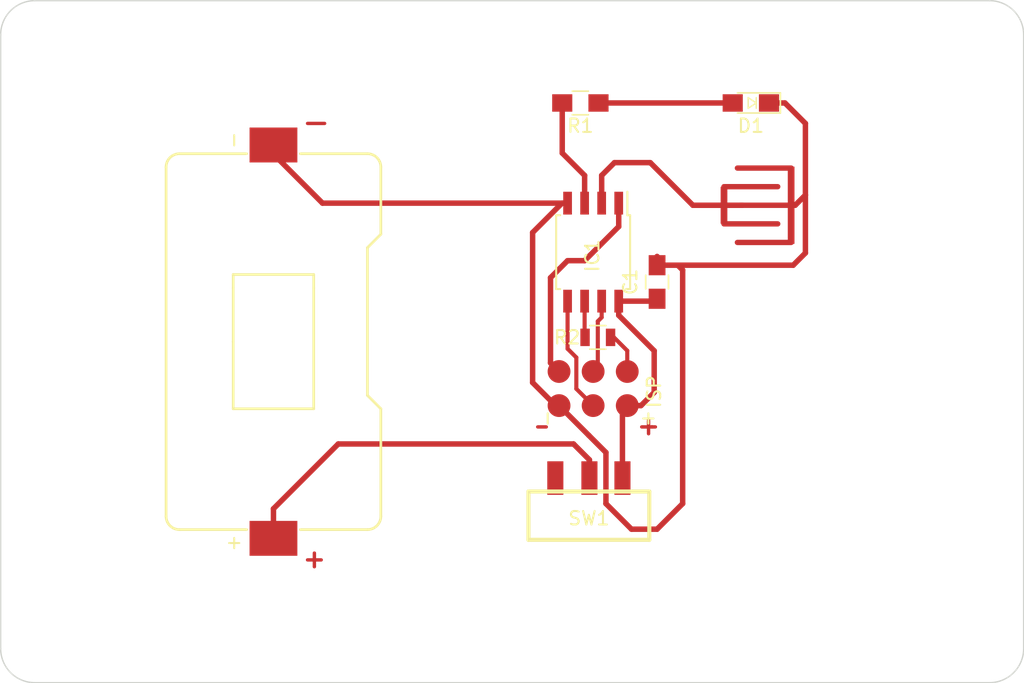
<source format=kicad_pcb>
(kicad_pcb (version 4) (host pcbnew 4.0.6)

  (general
    (links 17)
    (no_connects 0)
    (area 122.758999 58.877999 199.059001 109.778001)
    (thickness 1.6)
    (drawings 8)
    (tracks 81)
    (zones 0)
    (modules 9)
    (nets 13)
  )

  (page USLetter)
  (layers
    (0 F.Cu signal)
    (31 B.Cu signal)
    (32 B.Adhes user)
    (33 F.Adhes user)
    (34 B.Paste user)
    (35 F.Paste user)
    (36 B.SilkS user)
    (37 F.SilkS user)
    (38 B.Mask user)
    (39 F.Mask user)
    (40 Dwgs.User user)
    (41 Cmts.User user)
    (42 Eco1.User user)
    (43 Eco2.User user)
    (44 Edge.Cuts user)
    (45 Margin user)
    (46 B.CrtYd user)
    (47 F.CrtYd user)
    (48 B.Fab user)
    (49 F.Fab user)
  )

  (setup
    (last_trace_width 0.4064)
    (user_trace_width 0.254)
    (user_trace_width 0.3048)
    (user_trace_width 0.4064)
    (user_trace_width 0.6096)
    (trace_clearance 0.2)
    (zone_clearance 0.508)
    (zone_45_only no)
    (trace_min 0.2)
    (segment_width 0.2)
    (edge_width 0.1)
    (via_size 0.6)
    (via_drill 0.4)
    (via_min_size 0.4)
    (via_min_drill 0.3)
    (uvia_size 0.3)
    (uvia_drill 0.1)
    (uvias_allowed no)
    (uvia_min_size 0.2)
    (uvia_min_drill 0.1)
    (pcb_text_width 0.3)
    (pcb_text_size 1.27 1.27)
    (mod_edge_width 0.15)
    (mod_text_size 1.016 1.016)
    (mod_text_width 0.127)
    (pad_size 17.78 17.78)
    (pad_drill 0)
    (pad_to_mask_clearance 0)
    (aux_axis_origin 111.76 109.855)
    (grid_origin 0.889 0.508)
    (visible_elements 7FFFFFFF)
    (pcbplotparams
      (layerselection 0x010f0_80000001)
      (usegerberextensions true)
      (excludeedgelayer true)
      (linewidth 0.100000)
      (plotframeref false)
      (viasonmask false)
      (mode 1)
      (useauxorigin false)
      (hpglpennumber 1)
      (hpglpenspeed 20)
      (hpglpendiameter 15)
      (hpglpenoverlay 2)
      (psnegative false)
      (psa4output false)
      (plotreference true)
      (plotvalue true)
      (plotinvisibletext false)
      (padsonsilk false)
      (subtractmaskfromsilk false)
      (outputformat 1)
      (mirror false)
      (drillshape 0)
      (scaleselection 1)
      (outputdirectory gerbers/))
  )

  (net 0 "")
  (net 1 GND)
  (net 2 +BATT)
  (net 3 "Net-(CON1-Pad1)")
  (net 4 /MISO)
  (net 5 /SCK)
  (net 6 /MOSI)
  (net 7 /RST)
  (net 8 /D3)
  (net 9 /D4)
  (net 10 "Net-(BT1-Pad1)")
  (net 11 "Net-(D1-Pad2)")
  (net 12 "Net-(SW1-Pad1)")

  (net_class Default "This is the default net class."
    (clearance 0.2)
    (trace_width 0.25)
    (via_dia 0.6)
    (via_drill 0.4)
    (uvia_dia 0.3)
    (uvia_drill 0.1)
    (add_net +BATT)
    (add_net /D3)
    (add_net /D4)
    (add_net /MISO)
    (add_net /MOSI)
    (add_net /RST)
    (add_net /SCK)
    (add_net GND)
    (add_net "Net-(BT1-Pad1)")
    (add_net "Net-(CON1-Pad1)")
    (add_net "Net-(D1-Pad2)")
    (add_net "Net-(SW1-Pad1)")
  )

  (module myFootPrints:SW_SMD_TOUCH (layer F.Cu) (tedit 5C93DD74) (tstamp 5A94E024)
    (at 178.689 74.168 270)
    (path /5A7D01B3)
    (fp_text reference J1 (at 0.127 4.572 270) (layer F.SilkS) hide
      (effects (font (size 1.016 1.016) (thickness 0.2032)))
    )
    (fp_text value JMP (at 0.254 -4.572 270) (layer F.SilkS) hide
      (effects (font (size 1.016 1.016) (thickness 0.254)))
    )
    (fp_line (start -1.385 -2) (end -1.385 2) (layer F.Cu) (width 0.4))
    (fp_line (start 2.77 -3) (end 2.77 1) (layer F.Cu) (width 0.4))
    (fp_line (start 1.385 -2) (end 1.385 2) (layer F.Cu) (width 0.4))
    (fp_line (start 0 -3) (end 0 0.75) (layer F.Cu) (width 0.4))
    (fp_line (start -2.77 -3) (end -2.77 1) (layer F.Cu) (width 0.4))
    (pad 1 smd rect (at 0 -3 270) (size 5.75 0.5) (layers F.Cu F.Paste F.Mask)
      (net 1 GND))
    (pad 2 smd rect (at 0 2 270) (size 2.75 0.5) (layers F.Cu F.Paste F.Mask)
      (net 8 /D3))
    (pad 3 smd circle (at 0 -1 270) (size 3.5 3.5) (layers F.Paste F.Mask))
  )

  (module BATT_BA2032SM (layer F.Cu) (tedit 5C93BF07) (tstamp 5A83A7E3)
    (at 143.129 84.328 90)
    (tags battery)
    (path /553F9619)
    (fp_text reference BT1 (at 0 5 90) (layer F.SilkS) hide
      (effects (font (size 1.72974 1.08712) (thickness 0.27178)))
    )
    (fp_text value Battery (at 0 -5 90) (layer F.SilkS) hide
      (effects (font (size 1.524 1.016) (thickness 0.254)))
    )
    (fp_line (start 4 3) (end 5 3) (layer F.SilkS) (width 0.2))
    (fp_line (start 5 3) (end 5 -3) (layer F.SilkS) (width 0.2))
    (fp_line (start 5 -3) (end 4 -3) (layer F.SilkS) (width 0.2))
    (fp_line (start 0 -3) (end -5 -3) (layer F.SilkS) (width 0.2))
    (fp_line (start -5 -3) (end -5 3) (layer F.SilkS) (width 0.2))
    (fp_line (start -5 3) (end 4 3) (layer F.SilkS) (width 0.2))
    (fp_line (start 4 -3) (end 0 -3) (layer F.SilkS) (width 0.2))
    (fp_circle (center 0 0) (end 0 -10) (layer F.CrtYd) (width 0.2))
    (fp_text user - (at 15 -3 90) (layer F.SilkS)
      (effects (font (size 1 1) (thickness 0.15)))
    )
    (fp_text user + (at -15 -3 90) (layer F.SilkS)
      (effects (font (size 1 1) (thickness 0.15)))
    )
    (fp_line (start -5 8) (end -13 8) (layer F.SilkS) (width 0.2))
    (fp_line (start 8 8) (end 13 8) (layer F.SilkS) (width 0.2))
    (fp_line (start -5 8) (end -4 7) (layer F.SilkS) (width 0.2))
    (fp_line (start -4 7) (end 7 7) (layer F.SilkS) (width 0.2))
    (fp_line (start 7 7) (end 8 8) (layer F.SilkS) (width 0.2))
    (fp_line (start -14 2) (end -14 7) (layer F.SilkS) (width 0.2))
    (fp_line (start 14 2) (end 14 7) (layer F.SilkS) (width 0.2))
    (fp_line (start -13 -8) (end 13 -8) (layer F.SilkS) (width 0.2))
    (fp_line (start -14 -2) (end -14 -7) (layer F.SilkS) (width 0.2))
    (fp_arc (start 13 -7) (end 13 -8) (angle 90) (layer F.SilkS) (width 0.2))
    (fp_arc (start 13 7) (end 14 7) (angle 90) (layer F.SilkS) (width 0.2))
    (fp_arc (start -13 7) (end -13 8) (angle 90) (layer F.SilkS) (width 0.2))
    (fp_arc (start -13 -7) (end -14 -7) (angle 90) (layer F.SilkS) (width 0.2))
    (fp_line (start 14 -2) (end 14 -7) (layer F.SilkS) (width 0.2))
    (pad 1 smd rect (at -14.65 0 90) (size 2.6 3.56) (layers F.Cu F.Paste F.Mask)
      (net 10 "Net-(BT1-Pad1)"))
    (pad 2 smd rect (at 14.65 0 90) (size 2.6 3.56) (layers F.Cu F.Paste F.Mask)
      (net 1 GND))
  )

  (module footprints:SPST_SMD (layer F.Cu) (tedit 5C93C1B7) (tstamp 5C93C5FE)
    (at 166.624 94.488)
    (descr "Through hole pin header")
    (tags "pin header")
    (path /5C93C46D)
    (fp_text reference SW1 (at 0 3) (layer F.SilkS)
      (effects (font (size 1 1) (thickness 0.15)))
    )
    (fp_text value SW_SPDT (at 0.1 0) (layer F.Fab)
      (effects (font (size 1 1) (thickness 0.15)))
    )
    (fp_line (start -4.5 4.6) (end 4.5 4.6) (layer F.SilkS) (width 0.3048))
    (fp_line (start 4.5 1) (end 4.5 4.6) (layer F.SilkS) (width 0.3048))
    (fp_line (start -4.5 1) (end -4.5 4.6) (layer F.SilkS) (width 0.3048))
    (fp_line (start -4.5 1) (end 4.5 1) (layer F.SilkS) (width 0.3048))
    (fp_text user JS102011SAQN (at 0 1.7) (layer F.Fab)
      (effects (font (size 0.8 0.8) (thickness 0.1)))
    )
    (pad "" np_thru_hole circle (at 3.4 2.75) (size 0.9 0.9) (drill 0.9) (layers *.Cu *.Mask))
    (pad 1 smd rect (at -2.5 0) (size 1.2 2.5) (layers F.Cu F.Paste F.Mask)
      (net 12 "Net-(SW1-Pad1)"))
    (pad 2 smd rect (at 0.04 0) (size 1.2 2.5) (layers F.Cu F.Paste F.Mask)
      (net 10 "Net-(BT1-Pad1)"))
    (pad 3 smd rect (at 2.5 0) (size 1.2 2.5) (layers F.Cu F.Paste F.Mask)
      (net 2 +BATT))
    (pad "" np_thru_hole circle (at -3.4 2.75) (size 0.9 0.9) (drill 0.9) (layers *.Cu *.Mask))
    (model Pin_Headers.3dshapes/Pin_Header_Straight_2x06.wrl
      (at (xyz 0.05 -0.25 0))
      (scale (xyz 1 1 1))
      (rotate (xyz 0 0 90))
    )
  )

  (module LEDs:LED_0805_HandSoldering (layer F.Cu) (tedit 5A9E0B35) (tstamp 5A94E010)
    (at 178.689 66.548 180)
    (descr "Resistor SMD 0805, hand soldering")
    (tags "resistor 0805")
    (path /561BE7BF)
    (attr smd)
    (fp_text reference D1 (at 0 -1.7 180) (layer F.SilkS)
      (effects (font (size 1 1) (thickness 0.15)))
    )
    (fp_text value LED (at 0 1.75 180) (layer F.Fab)
      (effects (font (size 1 1) (thickness 0.15)))
    )
    (fp_line (start -0.4 -0.4) (end -0.4 0.4) (layer F.SilkS) (width 0.1))
    (fp_line (start -0.4 0) (end 0.2 -0.4) (layer F.SilkS) (width 0.1))
    (fp_line (start 0.2 0.4) (end -0.4 0) (layer F.SilkS) (width 0.1))
    (fp_line (start 0.2 -0.4) (end 0.2 0.4) (layer F.SilkS) (width 0.1))
    (fp_line (start -1 0.62) (end -1 -0.62) (layer F.Fab) (width 0.1))
    (fp_line (start 1 0.62) (end -1 0.62) (layer F.Fab) (width 0.1))
    (fp_line (start 1 -0.62) (end 1 0.62) (layer F.Fab) (width 0.1))
    (fp_line (start -1 -0.62) (end 1 -0.62) (layer F.Fab) (width 0.1))
    (fp_line (start 1 0.75) (end -2.2 0.75) (layer F.SilkS) (width 0.12))
    (fp_line (start -2.2 -0.75) (end 1 -0.75) (layer F.SilkS) (width 0.12))
    (fp_line (start -2.35 -0.9) (end 2.35 -0.9) (layer F.CrtYd) (width 0.05))
    (fp_line (start -2.35 -0.9) (end -2.35 0.9) (layer F.CrtYd) (width 0.05))
    (fp_line (start 2.35 0.9) (end 2.35 -0.9) (layer F.CrtYd) (width 0.05))
    (fp_line (start 2.35 0.9) (end -2.35 0.9) (layer F.CrtYd) (width 0.05))
    (fp_line (start -2.2 -0.75) (end -2.2 0.75) (layer F.SilkS) (width 0.12))
    (pad 1 smd rect (at -1.35 0 180) (size 1.5 1.3) (layers F.Cu F.Paste F.Mask)
      (net 1 GND))
    (pad 2 smd rect (at 1.35 0 180) (size 1.5 1.3) (layers F.Cu F.Paste F.Mask)
      (net 11 "Net-(D1-Pad2)"))
    (model ${KISYS3DMOD}/LEDs.3dshapes/LED_0805.wrl
      (at (xyz 0 0 0))
      (scale (xyz 1 1 1))
      (rotate (xyz 0 0 0))
    )
  )

  (module footprints:Pin_Header_Straight_2x03_Pitch2.54mm (layer F.Cu) (tedit 5C8A8A6D) (tstamp 5A7BED43)
    (at 169.4815 86.5505 270)
    (descr "Through hole straight pin header, 2x03, 2.54mm pitch, double rows")
    (tags "Through hole pin header THT 2x03 2.54mm double row")
    (path /561A9A26)
    (fp_text reference CON1 (at 1.2 2.5 360) (layer F.SilkS) hide
      (effects (font (size 1 1) (thickness 0.15)))
    )
    (fp_text value ISP (at 1.5 -2 270) (layer F.SilkS)
      (effects (font (size 1 1) (thickness 0.15)))
    )
    (fp_text user - (at 3.5 6 270) (layer F.SilkS)
      (effects (font (size 1 1) (thickness 0.15)))
    )
    (fp_text user + (at 3.5 -1.5 270) (layer F.SilkS)
      (effects (font (size 1 1) (thickness 0.15)))
    )
    (fp_line (start 0 -1.27) (end 3.81 -1.27) (layer F.Fab) (width 0.1))
    (fp_line (start 3.81 -1.27) (end 3.81 6.35) (layer F.Fab) (width 0.1))
    (fp_line (start 3.81 6.35) (end -1.27 6.35) (layer F.Fab) (width 0.1))
    (fp_line (start -1.27 6.35) (end -1.27 0) (layer F.Fab) (width 0.1))
    (fp_line (start -1.27 0) (end 0 -1.27) (layer F.Fab) (width 0.1))
    (fp_line (start -1.8 -1.8) (end -1.8 6.85) (layer F.CrtYd) (width 0.05))
    (fp_line (start -1.8 6.85) (end 4.35 6.85) (layer F.CrtYd) (width 0.05))
    (fp_line (start 4.35 6.85) (end 4.35 -1.8) (layer F.CrtYd) (width 0.05))
    (fp_line (start 4.35 -1.8) (end -1.8 -1.8) (layer F.CrtYd) (width 0.05))
    (fp_text user %R (at 1.27 2.54 360) (layer F.Fab)
      (effects (font (size 1 1) (thickness 0.15)))
    )
    (pad 1 smd circle (at 0 0 270) (size 1.7 1.7) (layers F.Cu F.Paste F.Mask)
      (net 3 "Net-(CON1-Pad1)"))
    (pad 2 smd oval (at 2.54 0 270) (size 1.7 1.7) (layers F.Cu F.Paste F.Mask)
      (net 2 +BATT))
    (pad 3 smd oval (at 0 2.54 270) (size 1.7 1.7) (layers F.Cu F.Paste F.Mask)
      (net 5 /SCK))
    (pad 4 smd oval (at 2.54 2.54 270) (size 1.7 1.7) (layers F.Cu F.Paste F.Mask)
      (net 6 /MOSI))
    (pad 5 smd oval (at 0 5.08 270) (size 1.7 1.7) (layers F.Cu F.Paste F.Mask)
      (net 7 /RST))
    (pad 6 smd oval (at 2.54 5.08 270) (size 1.7 1.7) (layers F.Cu F.Paste F.Mask)
      (net 1 GND))
  )

  (module footprints:SOIJ-8_5.3x5.3mm_Pitch1.27mm (layer F.Cu) (tedit 5A94E6CD) (tstamp 5A94DD7A)
    (at 166.9415 77.6605 270)
    (descr "8-Lead Plastic Small Outline (SM) - Medium, 5.28 mm Body [SOIC] (see Microchip Packaging Specification 00000049BS.pdf)")
    (tags "SOIC 1.27")
    (path /553EFD0A)
    (attr smd)
    (fp_text reference IC1 (at 0.265 0.06 270) (layer F.SilkS)
      (effects (font (size 1 1) (thickness 0.15)))
    )
    (fp_text value ATTINY85 (at 0 3.68 270) (layer F.Fab)
      (effects (font (size 1 1) (thickness 0.15)))
    )
    (fp_text user %R (at 0 0 270) (layer F.Fab)
      (effects (font (size 1 1) (thickness 0.15)))
    )
    (fp_line (start -1.65 -2.65) (end 2.65 -2.65) (layer F.Fab) (width 0.15))
    (fp_line (start 2.65 -2.65) (end 2.65 2.65) (layer F.Fab) (width 0.15))
    (fp_line (start 2.65 2.65) (end -2.65 2.65) (layer F.Fab) (width 0.15))
    (fp_line (start -2.65 2.65) (end -2.65 -1.65) (layer F.Fab) (width 0.15))
    (fp_line (start -2.65 -1.65) (end -1.65 -2.65) (layer F.Fab) (width 0.15))
    (fp_line (start -4.75 -2.95) (end -4.75 2.95) (layer F.CrtYd) (width 0.05))
    (fp_line (start 4.75 -2.95) (end 4.75 2.95) (layer F.CrtYd) (width 0.05))
    (fp_line (start -4.75 -2.95) (end 4.75 -2.95) (layer F.CrtYd) (width 0.05))
    (fp_line (start -4.75 2.95) (end 4.75 2.95) (layer F.CrtYd) (width 0.05))
    (fp_line (start -2.75 -2.755) (end -2.75 -2.55) (layer F.SilkS) (width 0.15))
    (fp_line (start 2.75 -2.755) (end 2.75 -2.455) (layer F.SilkS) (width 0.15))
    (fp_line (start 2.75 2.755) (end 2.75 2.455) (layer F.SilkS) (width 0.15))
    (fp_line (start -2.75 2.755) (end -2.75 2.455) (layer F.SilkS) (width 0.15))
    (fp_line (start -2.75 -2.755) (end 2.75 -2.755) (layer F.SilkS) (width 0.15))
    (fp_line (start -2.75 2.755) (end 2.75 2.755) (layer F.SilkS) (width 0.15))
    (fp_line (start -2.75 -2.55) (end -4.5 -2.55) (layer F.SilkS) (width 0.15))
    (pad 1 smd rect (at -3.65 -1.905 270) (size 1.7 0.65) (layers F.Cu F.Paste F.Mask)
      (net 7 /RST))
    (pad 2 smd rect (at -3.65 -0.635 270) (size 1.7 0.65) (layers F.Cu F.Paste F.Mask)
      (net 8 /D3))
    (pad 3 smd rect (at -3.65 0.635 270) (size 1.7 0.65) (layers F.Cu F.Paste F.Mask)
      (net 9 /D4))
    (pad 4 smd rect (at -3.65 1.905 270) (size 1.7 0.65) (layers F.Cu F.Paste F.Mask)
      (net 1 GND))
    (pad 5 smd rect (at 3.65 1.905 270) (size 1.7 0.65) (layers F.Cu F.Paste F.Mask)
      (net 6 /MOSI))
    (pad 6 smd rect (at 3.65 0.635 270) (size 1.7 0.65) (layers F.Cu F.Paste F.Mask)
      (net 4 /MISO))
    (pad 7 smd rect (at 3.65 -0.635 270) (size 1.7 0.65) (layers F.Cu F.Paste F.Mask)
      (net 5 /SCK))
    (pad 8 smd rect (at 3.65 -1.905 270) (size 1.7 0.65) (layers F.Cu F.Paste F.Mask)
      (net 2 +BATT))
    (model ${KISYS3DMOD}/Housings_SOIC.3dshapes/SOIJ-8_5.3x5.3mm_Pitch1.27mm.wrl
      (at (xyz 0 0 0))
      (scale (xyz 1 1 1))
      (rotate (xyz 0 0 0))
    )
  )

  (module Resistors_SMD:R_0805_HandSoldering (layer F.Cu) (tedit 58E0A804) (tstamp 5A94E034)
    (at 165.989 66.548 180)
    (descr "Resistor SMD 0805, hand soldering")
    (tags "resistor 0805")
    (path /561BE85C)
    (attr smd)
    (fp_text reference R1 (at 0 -1.7 180) (layer F.SilkS)
      (effects (font (size 1 1) (thickness 0.15)))
    )
    (fp_text value 330 (at 0 1.75 180) (layer F.Fab)
      (effects (font (size 1 1) (thickness 0.15)))
    )
    (fp_text user %R (at 0 0 180) (layer F.Fab)
      (effects (font (size 0.5 0.5) (thickness 0.075)))
    )
    (fp_line (start -1 0.62) (end -1 -0.62) (layer F.Fab) (width 0.1))
    (fp_line (start 1 0.62) (end -1 0.62) (layer F.Fab) (width 0.1))
    (fp_line (start 1 -0.62) (end 1 0.62) (layer F.Fab) (width 0.1))
    (fp_line (start -1 -0.62) (end 1 -0.62) (layer F.Fab) (width 0.1))
    (fp_line (start 0.6 0.88) (end -0.6 0.88) (layer F.SilkS) (width 0.12))
    (fp_line (start -0.6 -0.88) (end 0.6 -0.88) (layer F.SilkS) (width 0.12))
    (fp_line (start -2.35 -0.9) (end 2.35 -0.9) (layer F.CrtYd) (width 0.05))
    (fp_line (start -2.35 -0.9) (end -2.35 0.9) (layer F.CrtYd) (width 0.05))
    (fp_line (start 2.35 0.9) (end 2.35 -0.9) (layer F.CrtYd) (width 0.05))
    (fp_line (start 2.35 0.9) (end -2.35 0.9) (layer F.CrtYd) (width 0.05))
    (pad 1 smd rect (at -1.35 0 180) (size 1.5 1.3) (layers F.Cu F.Paste F.Mask)
      (net 11 "Net-(D1-Pad2)"))
    (pad 2 smd rect (at 1.35 0 180) (size 1.5 1.3) (layers F.Cu F.Paste F.Mask)
      (net 9 /D4))
    (model ${KISYS3DMOD}/Resistors_SMD.3dshapes/R_0805.wrl
      (at (xyz 0 0 0))
      (scale (xyz 1 1 1))
      (rotate (xyz 0 0 0))
    )
  )

  (module Capacitors_SMD:C_0805_HandSoldering (layer F.Cu) (tedit 5A9E0520) (tstamp 5A94E000)
    (at 171.704 79.883 270)
    (descr "Capacitor SMD 0805, hand soldering")
    (tags "capacitor 0805")
    (path /553FDF53)
    (attr smd)
    (fp_text reference C1 (at 0 2 270) (layer F.SilkS)
      (effects (font (size 1 1) (thickness 0.15)))
    )
    (fp_text value "0.1 uF" (at 0 1.75 270) (layer F.Fab)
      (effects (font (size 1 1) (thickness 0.15)))
    )
    (fp_text user %R (at 0 2 270) (layer F.Fab)
      (effects (font (size 1 1) (thickness 0.15)))
    )
    (fp_line (start -1 0.62) (end -1 -0.62) (layer F.Fab) (width 0.1))
    (fp_line (start 1 0.62) (end -1 0.62) (layer F.Fab) (width 0.1))
    (fp_line (start 1 -0.62) (end 1 0.62) (layer F.Fab) (width 0.1))
    (fp_line (start -1 -0.62) (end 1 -0.62) (layer F.Fab) (width 0.1))
    (fp_line (start 0.5 -0.85) (end -0.5 -0.85) (layer F.SilkS) (width 0.12))
    (fp_line (start -0.5 0.85) (end 0.5 0.85) (layer F.SilkS) (width 0.12))
    (fp_line (start -2.25 -0.88) (end 2.25 -0.88) (layer F.CrtYd) (width 0.05))
    (fp_line (start -2.25 -0.88) (end -2.25 0.87) (layer F.CrtYd) (width 0.05))
    (fp_line (start 2.25 0.87) (end 2.25 -0.88) (layer F.CrtYd) (width 0.05))
    (fp_line (start 2.25 0.87) (end -2.25 0.87) (layer F.CrtYd) (width 0.05))
    (pad 1 smd rect (at -1.25 0 270) (size 1.5 1.25) (layers F.Cu F.Paste F.Mask)
      (net 1 GND))
    (pad 2 smd rect (at 1.25 0 270) (size 1.5 1.25) (layers F.Cu F.Paste F.Mask)
      (net 2 +BATT))
    (model Capacitors_SMD.3dshapes/C_0805.wrl
      (at (xyz 0 0 0))
      (scale (xyz 1 1 1))
      (rotate (xyz 0 0 0))
    )
  )

  (module Resistors_SMD:R_0805 (layer F.Cu) (tedit 5C8A92A4) (tstamp 5C8A8B15)
    (at 167.289 84.008 180)
    (descr "Resistor SMD 0805, reflow soldering, Vishay (see dcrcw.pdf)")
    (tags "resistor 0805")
    (path /5C8A8E71)
    (attr smd)
    (fp_text reference R2 (at 2.286 0 180) (layer F.SilkS)
      (effects (font (size 1 1) (thickness 0.15)))
    )
    (fp_text value 0 (at 0 1.75 180) (layer F.Fab)
      (effects (font (size 1 1) (thickness 0.15)))
    )
    (fp_text user %R (at 0 0 180) (layer F.Fab)
      (effects (font (size 0.5 0.5) (thickness 0.075)))
    )
    (fp_line (start -1 0.62) (end -1 -0.62) (layer F.Fab) (width 0.1))
    (fp_line (start 1 0.62) (end -1 0.62) (layer F.Fab) (width 0.1))
    (fp_line (start 1 -0.62) (end 1 0.62) (layer F.Fab) (width 0.1))
    (fp_line (start -1 -0.62) (end 1 -0.62) (layer F.Fab) (width 0.1))
    (fp_line (start 0.6 0.88) (end -0.6 0.88) (layer F.SilkS) (width 0.12))
    (fp_line (start -0.6 -0.88) (end 0.6 -0.88) (layer F.SilkS) (width 0.12))
    (fp_line (start -1.55 -0.9) (end 1.55 -0.9) (layer F.CrtYd) (width 0.05))
    (fp_line (start -1.55 -0.9) (end -1.55 0.9) (layer F.CrtYd) (width 0.05))
    (fp_line (start 1.55 0.9) (end 1.55 -0.9) (layer F.CrtYd) (width 0.05))
    (fp_line (start 1.55 0.9) (end -1.55 0.9) (layer F.CrtYd) (width 0.05))
    (pad 1 smd rect (at -0.95 0 180) (size 0.7 1.3) (layers F.Cu F.Paste F.Mask)
      (net 3 "Net-(CON1-Pad1)"))
    (pad 2 smd rect (at 0.95 0 180) (size 0.7 1.3) (layers F.Cu F.Paste F.Mask)
      (net 4 /MISO))
    (model ${KISYS3DMOD}/Resistors_SMD.3dshapes/R_0805.wrl
      (at (xyz 0 0 0))
      (scale (xyz 1 1 1))
      (rotate (xyz 0 0 0))
    )
  )

  (gr_line (start 125.349 58.928) (end 196.469 58.928) (angle 90) (layer Edge.Cuts) (width 0.1))
  (gr_line (start 122.809 107.188) (end 122.809 61.468) (angle 90) (layer Edge.Cuts) (width 0.1))
  (gr_line (start 196.469 109.728) (end 125.349 109.728) (angle 90) (layer Edge.Cuts) (width 0.1))
  (gr_line (start 199.009 61.468) (end 199.009 107.188) (angle 90) (layer Edge.Cuts) (width 0.1))
  (gr_arc (start 196.469 107.188) (end 199.009 107.188) (angle 90) (layer Edge.Cuts) (width 0.1))
  (gr_arc (start 196.469 61.468) (end 196.469 58.928) (angle 90) (layer Edge.Cuts) (width 0.1))
  (gr_arc (start 125.349 107.188) (end 125.349 109.728) (angle 90) (layer Edge.Cuts) (width 0.1))
  (gr_arc (start 125.349 61.468) (end 122.809 61.468) (angle 90) (layer Edge.Cuts) (width 0.1))

  (segment (start 145.669 68.072) (end 146.939 68.072) (width 0.254) (layer F.Cu) (net 0))
  (segment (start 146.177 100.076) (end 146.177 101.092) (width 0.254) (layer F.Cu) (net 0))
  (segment (start 145.669 100.584) (end 146.685 100.584) (width 0.254) (layer F.Cu) (net 0))
  (segment (start 171.577 90.678) (end 171.323 90.678) (width 0.254) (layer F.Cu) (net 0))
  (segment (start 171.323 90.678) (end 170.561 90.678) (width 0.254) (layer F.Cu) (net 0))
  (segment (start 171.069 90.17) (end 171.069 91.186) (width 0.254) (layer F.Cu) (net 0))
  (segment (start 162.814 90.678) (end 163.449 90.678) (width 0.254) (layer F.Cu) (net 0))
  (segment (start 182.753 73.406) (end 182.753 77.724) (width 0.4064) (layer F.Cu) (net 1))
  (segment (start 181.844 78.633) (end 173.248 78.633) (width 0.4064) (layer F.Cu) (net 1) (tstamp 5C93DDFA))
  (segment (start 182.753 77.724) (end 181.844 78.633) (width 0.4064) (layer F.Cu) (net 1) (tstamp 5C93DDF9))
  (segment (start 181.689 74.168) (end 181.991 74.168) (width 0.4064) (layer F.Cu) (net 1) (status 400000))
  (segment (start 181.229 66.548) (end 180.039 66.548) (width 0.4064) (layer F.Cu) (net 1) (tstamp 5C93DDF6) (status 800000))
  (segment (start 182.753 68.072) (end 181.229 66.548) (width 0.4064) (layer F.Cu) (net 1) (tstamp 5C93DDF4))
  (segment (start 182.753 73.406) (end 182.753 68.072) (width 0.4064) (layer F.Cu) (net 1) (tstamp 5C93DDF3))
  (segment (start 181.991 74.168) (end 182.753 73.406) (width 0.4064) (layer F.Cu) (net 1) (tstamp 5C93DDF2))
  (segment (start 180.039 66.548) (end 180.213 66.548) (width 0.4064) (layer F.Cu) (net 1) (status C00000))
  (segment (start 171.704 78.633) (end 171.704 77.978) (width 0.4064) (layer F.Cu) (net 1))
  (segment (start 143.129 69.678) (end 143.129 70.358) (width 0.4064) (layer F.Cu) (net 1))
  (segment (start 143.129 70.358) (end 146.7815 74.0105) (width 0.4064) (layer F.Cu) (net 1) (tstamp 5C93C7EB))
  (segment (start 146.7815 74.0105) (end 165.0365 74.0105) (width 0.4064) (layer F.Cu) (net 1) (tstamp 5C93C7EC))
  (segment (start 171.704 78.633) (end 173.248 78.633) (width 0.4064) (layer F.Cu) (net 1))
  (segment (start 173.248 78.633) (end 173.609 78.994) (width 0.4064) (layer F.Cu) (net 1) (tstamp 5C93C78B))
  (segment (start 164.4015 89.0905) (end 166.624 91.313) (width 0.4064) (layer F.Cu) (net 1))
  (segment (start 166.624 91.313) (end 167.894 92.583) (width 0.4064) (layer F.Cu) (net 1) (tstamp 5C93C77B))
  (segment (start 167.894 92.583) (end 167.894 96.393) (width 0.4064) (layer F.Cu) (net 1) (tstamp 5C93C77C))
  (segment (start 167.894 96.393) (end 169.799 98.298) (width 0.4064) (layer F.Cu) (net 1) (tstamp 5C93C77D))
  (segment (start 169.799 98.298) (end 171.704 98.298) (width 0.4064) (layer F.Cu) (net 1) (tstamp 5C93C77E))
  (segment (start 171.704 98.298) (end 173.609 96.393) (width 0.4064) (layer F.Cu) (net 1) (tstamp 5C93C77F))
  (segment (start 173.609 96.393) (end 173.609 78.994) (width 0.4064) (layer F.Cu) (net 1) (tstamp 5C93C780))
  (segment (start 143.129 69.678) (end 143.129 70.612) (width 0.4064) (layer F.Cu) (net 1) (status 30))
  (segment (start 165.0365 74.0105) (end 164.6225 74.0105) (width 0.4064) (layer F.Cu) (net 1))
  (segment (start 162.433 87.376) (end 164.1475 89.0905) (width 0.4064) (layer F.Cu) (net 1) (tstamp 5C93C6FB))
  (segment (start 162.433 76.2) (end 162.433 87.376) (width 0.4064) (layer F.Cu) (net 1) (tstamp 5C93C6F9))
  (segment (start 164.6225 74.0105) (end 162.433 76.2) (width 0.4064) (layer F.Cu) (net 1) (tstamp 5C93C6F8))
  (segment (start 164.1475 89.0905) (end 164.4015 89.0905) (width 0.4064) (layer F.Cu) (net 1) (tstamp 5C93C6FC))
  (segment (start 168.8465 81.3105) (end 168.8465 82.3655) (width 0.4064) (layer F.Cu) (net 2))
  (segment (start 170.5065 89.0905) (end 169.4815 89.0905) (width 0.4064) (layer F.Cu) (net 2) (tstamp 5C93C8A8))
  (segment (start 171.489 88.108) (end 170.5065 89.0905) (width 0.4064) (layer F.Cu) (net 2) (tstamp 5C93C8A7))
  (segment (start 171.489 85.008) (end 171.489 88.108) (width 0.4064) (layer F.Cu) (net 2) (tstamp 5C93C8A6))
  (segment (start 168.8465 82.3655) (end 171.489 85.008) (width 0.4064) (layer F.Cu) (net 2) (tstamp 5C93C8A5))
  (segment (start 169.124 94.488) (end 169.124 89.448) (width 0.4064) (layer F.Cu) (net 2))
  (segment (start 169.124 89.448) (end 169.4815 89.0905) (width 0.4064) (layer F.Cu) (net 2) (tstamp 5C93C778))
  (segment (start 169.124 89.448) (end 169.4815 89.0905) (width 0.4064) (layer F.Cu) (net 2) (tstamp 5C93C753))
  (segment (start 168.8465 81.3105) (end 171.5265 81.3105) (width 0.4064) (layer F.Cu) (net 2))
  (segment (start 171.5265 81.3105) (end 171.704 81.133) (width 0.4064) (layer F.Cu) (net 2) (tstamp 5C93C6F0))
  (segment (start 168.239 84.008) (end 168.489 84.008) (width 0.3048) (layer F.Cu) (net 3))
  (segment (start 168.489 84.008) (end 169.4815 85.0005) (width 0.3048) (layer F.Cu) (net 3) (tstamp 5C93C89F))
  (segment (start 169.4815 85.0005) (end 169.4815 86.5505) (width 0.3048) (layer F.Cu) (net 3) (tstamp 5C93C8A0))
  (segment (start 166.3065 81.3105) (end 166.3065 83.9755) (width 0.3048) (layer F.Cu) (net 4))
  (segment (start 166.3065 83.9755) (end 166.339 84.008) (width 0.3048) (layer F.Cu) (net 4) (tstamp 5C93C88E))
  (segment (start 167.5765 81.3105) (end 167.5765 82.5205) (width 0.3048) (layer F.Cu) (net 5))
  (segment (start 167.289 82.808) (end 167.289 86.203) (width 0.3048) (layer F.Cu) (net 5) (tstamp 5C93C899))
  (segment (start 167.5765 82.5205) (end 167.289 82.808) (width 0.3048) (layer F.Cu) (net 5) (tstamp 5C93C898))
  (segment (start 167.289 86.203) (end 166.9415 86.5505) (width 0.3048) (layer F.Cu) (net 5) (tstamp 5C93C89A))
  (segment (start 166.889 86.498) (end 166.9415 86.5505) (width 0.3048) (layer F.Cu) (net 5) (tstamp 5C93C874))
  (segment (start 165.0365 81.3105) (end 165.0365 84.8555) (width 0.3048) (layer F.Cu) (net 6))
  (segment (start 165.689 87.838) (end 166.9415 89.0905) (width 0.3048) (layer F.Cu) (net 6) (tstamp 5C93C894))
  (segment (start 165.689 85.508) (end 165.689 87.838) (width 0.3048) (layer F.Cu) (net 6) (tstamp 5C93C893))
  (segment (start 165.0365 84.8555) (end 165.689 85.508) (width 0.3048) (layer F.Cu) (net 6) (tstamp 5C93C892))
  (segment (start 168.8465 74.0105) (end 168.8465 75.7555) (width 0.4064) (layer F.Cu) (net 7))
  (segment (start 163.7665 85.9155) (end 164.4015 86.5505) (width 0.4064) (layer F.Cu) (net 7) (tstamp 5C8A8E90))
  (segment (start 163.7665 79.5655) (end 163.7665 85.9155) (width 0.4064) (layer F.Cu) (net 7) (tstamp 5C8A8E8F))
  (segment (start 165.0365 78.2955) (end 163.7665 79.5655) (width 0.4064) (layer F.Cu) (net 7) (tstamp 5C8A8E8E))
  (segment (start 166.3065 78.2955) (end 165.0365 78.2955) (width 0.4064) (layer F.Cu) (net 7) (tstamp 5C8A8E8D))
  (segment (start 168.8465 75.7555) (end 166.3065 78.2955) (width 0.4064) (layer F.Cu) (net 7) (tstamp 5C8A8E8C))
  (segment (start 168.529 70.993) (end 171.196 70.993) (width 0.4064) (layer F.Cu) (net 8))
  (segment (start 167.5765 71.9455) (end 168.529 70.993) (width 0.4064) (layer F.Cu) (net 8) (tstamp 5C93C859))
  (segment (start 167.5765 74.0105) (end 167.5765 71.9455) (width 0.4064) (layer F.Cu) (net 8))
  (segment (start 174.371 74.168) (end 176.689 74.168) (width 0.4064) (layer F.Cu) (net 8) (tstamp 5C93DDBE) (status 800000))
  (segment (start 171.196 70.993) (end 174.371 74.168) (width 0.4064) (layer F.Cu) (net 8) (tstamp 5C93DDBC))
  (segment (start 176.784 74.168) (end 178.054 74.168) (width 0.4064) (layer F.Cu) (net 8) (tstamp 5C93C85D))
  (segment (start 166.3065 74.0105) (end 166.3065 71.9455) (width 0.4064) (layer F.Cu) (net 9))
  (segment (start 164.639 70.278) (end 164.639 66.548) (width 0.4064) (layer F.Cu) (net 9) (tstamp 5C93C849))
  (segment (start 166.3065 71.9455) (end 164.639 70.278) (width 0.4064) (layer F.Cu) (net 9) (tstamp 5C93C848))
  (segment (start 143.129 98.978) (end 143.129 96.774) (width 0.4064) (layer F.Cu) (net 10))
  (segment (start 166.664 93.131) (end 166.664 94.488) (width 0.4064) (layer F.Cu) (net 10) (tstamp 5C93C7F5))
  (segment (start 165.481 91.948) (end 166.664 93.131) (width 0.4064) (layer F.Cu) (net 10) (tstamp 5C93C7F4))
  (segment (start 147.955 91.948) (end 165.481 91.948) (width 0.4064) (layer F.Cu) (net 10) (tstamp 5C93C7F2))
  (segment (start 143.129 96.774) (end 147.955 91.948) (width 0.4064) (layer F.Cu) (net 10) (tstamp 5C93C7F0))
  (segment (start 166.664 94.488) (end 166.664 93.258) (width 0.4064) (layer F.Cu) (net 10))
  (segment (start 167.339 66.548) (end 177.339 66.548) (width 0.4064) (layer F.Cu) (net 11))

)

</source>
